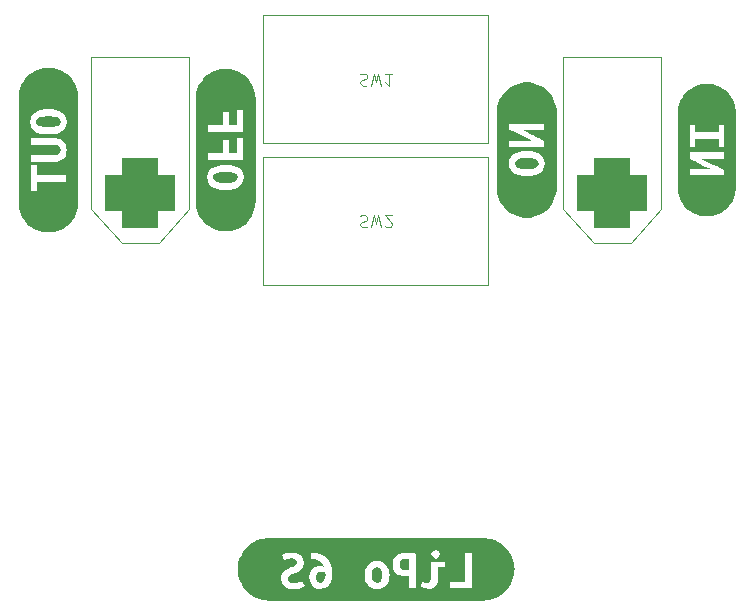
<source format=gbo>
%TF.GenerationSoftware,KiCad,Pcbnew,7.0.8*%
%TF.CreationDate,2024-01-29T21:48:56+01:00*%
%TF.ProjectId,cube-batteryboard,63756265-2d62-4617-9474-657279626f61,rev?*%
%TF.SameCoordinates,Original*%
%TF.FileFunction,Legend,Bot*%
%TF.FilePolarity,Positive*%
%FSLAX46Y46*%
G04 Gerber Fmt 4.6, Leading zero omitted, Abs format (unit mm)*
G04 Created by KiCad (PCBNEW 7.0.8) date 2024-01-29 21:48:56*
%MOMM*%
%LPD*%
G01*
G04 APERTURE LIST*
G04 Aperture macros list*
%AMRoundRect*
0 Rectangle with rounded corners*
0 $1 Rounding radius*
0 $2 $3 $4 $5 $6 $7 $8 $9 X,Y pos of 4 corners*
0 Add a 4 corners polygon primitive as box body*
4,1,4,$2,$3,$4,$5,$6,$7,$8,$9,$2,$3,0*
0 Add four circle primitives for the rounded corners*
1,1,$1+$1,$2,$3*
1,1,$1+$1,$4,$5*
1,1,$1+$1,$6,$7*
1,1,$1+$1,$8,$9*
0 Add four rect primitives between the rounded corners*
20,1,$1+$1,$2,$3,$4,$5,0*
20,1,$1+$1,$4,$5,$6,$7,0*
20,1,$1+$1,$6,$7,$8,$9,0*
20,1,$1+$1,$8,$9,$2,$3,0*%
G04 Aperture macros list end*
%ADD10C,0.100000*%
%ADD11C,0.120000*%
%ADD12C,5.600000*%
%ADD13RoundRect,1.500000X1.500000X-1.500000X1.500000X1.500000X-1.500000X1.500000X-1.500000X-1.500000X0*%
%ADD14C,6.000000*%
%ADD15C,3.000000*%
G04 APERTURE END LIST*
D10*
X66166667Y-25590200D02*
X66309524Y-25542580D01*
X66309524Y-25542580D02*
X66547619Y-25542580D01*
X66547619Y-25542580D02*
X66642857Y-25590200D01*
X66642857Y-25590200D02*
X66690476Y-25637819D01*
X66690476Y-25637819D02*
X66738095Y-25733057D01*
X66738095Y-25733057D02*
X66738095Y-25828295D01*
X66738095Y-25828295D02*
X66690476Y-25923533D01*
X66690476Y-25923533D02*
X66642857Y-25971152D01*
X66642857Y-25971152D02*
X66547619Y-26018771D01*
X66547619Y-26018771D02*
X66357143Y-26066390D01*
X66357143Y-26066390D02*
X66261905Y-26114009D01*
X66261905Y-26114009D02*
X66214286Y-26161628D01*
X66214286Y-26161628D02*
X66166667Y-26256866D01*
X66166667Y-26256866D02*
X66166667Y-26352104D01*
X66166667Y-26352104D02*
X66214286Y-26447342D01*
X66214286Y-26447342D02*
X66261905Y-26494961D01*
X66261905Y-26494961D02*
X66357143Y-26542580D01*
X66357143Y-26542580D02*
X66595238Y-26542580D01*
X66595238Y-26542580D02*
X66738095Y-26494961D01*
X67071429Y-26542580D02*
X67309524Y-25542580D01*
X67309524Y-25542580D02*
X67500000Y-26256866D01*
X67500000Y-26256866D02*
X67690476Y-25542580D01*
X67690476Y-25542580D02*
X67928572Y-26542580D01*
X68833333Y-25542580D02*
X68261905Y-25542580D01*
X68547619Y-25542580D02*
X68547619Y-26542580D01*
X68547619Y-26542580D02*
X68452381Y-26399723D01*
X68452381Y-26399723D02*
X68357143Y-26304485D01*
X68357143Y-26304485D02*
X68261905Y-26256866D01*
X66166667Y-37590200D02*
X66309524Y-37542580D01*
X66309524Y-37542580D02*
X66547619Y-37542580D01*
X66547619Y-37542580D02*
X66642857Y-37590200D01*
X66642857Y-37590200D02*
X66690476Y-37637819D01*
X66690476Y-37637819D02*
X66738095Y-37733057D01*
X66738095Y-37733057D02*
X66738095Y-37828295D01*
X66738095Y-37828295D02*
X66690476Y-37923533D01*
X66690476Y-37923533D02*
X66642857Y-37971152D01*
X66642857Y-37971152D02*
X66547619Y-38018771D01*
X66547619Y-38018771D02*
X66357143Y-38066390D01*
X66357143Y-38066390D02*
X66261905Y-38114009D01*
X66261905Y-38114009D02*
X66214286Y-38161628D01*
X66214286Y-38161628D02*
X66166667Y-38256866D01*
X66166667Y-38256866D02*
X66166667Y-38352104D01*
X66166667Y-38352104D02*
X66214286Y-38447342D01*
X66214286Y-38447342D02*
X66261905Y-38494961D01*
X66261905Y-38494961D02*
X66357143Y-38542580D01*
X66357143Y-38542580D02*
X66595238Y-38542580D01*
X66595238Y-38542580D02*
X66738095Y-38494961D01*
X67071429Y-38542580D02*
X67309524Y-37542580D01*
X67309524Y-37542580D02*
X67500000Y-38256866D01*
X67500000Y-38256866D02*
X67690476Y-37542580D01*
X67690476Y-37542580D02*
X67928572Y-38542580D01*
X68261905Y-38447342D02*
X68309524Y-38494961D01*
X68309524Y-38494961D02*
X68404762Y-38542580D01*
X68404762Y-38542580D02*
X68642857Y-38542580D01*
X68642857Y-38542580D02*
X68738095Y-38494961D01*
X68738095Y-38494961D02*
X68785714Y-38447342D01*
X68785714Y-38447342D02*
X68833333Y-38352104D01*
X68833333Y-38352104D02*
X68833333Y-38256866D01*
X68833333Y-38256866D02*
X68785714Y-38114009D01*
X68785714Y-38114009D02*
X68214286Y-37542580D01*
X68214286Y-37542580D02*
X68833333Y-37542580D01*
%TO.C,kibuzzard-656351D2*%
G36*
X54957764Y-33844873D02*
G01*
X55152431Y-33857375D01*
X55478663Y-33924050D01*
X55697738Y-34064544D01*
X55778700Y-34307431D01*
X55697738Y-34550319D01*
X55476281Y-34690812D01*
X55150050Y-34757487D01*
X54957169Y-34769989D01*
X54750000Y-34774156D01*
X54542236Y-34769989D01*
X54347569Y-34757487D01*
X54021338Y-34690812D01*
X53802263Y-34550319D01*
X53721300Y-34307431D01*
X53802263Y-34066925D01*
X54023719Y-33924050D01*
X54349950Y-33857375D01*
X54542831Y-33844873D01*
X54750000Y-33840706D01*
X54957764Y-33844873D01*
G37*
G36*
X54998030Y-25120054D02*
G01*
X55243671Y-25156491D01*
X55484558Y-25216830D01*
X55718371Y-25300490D01*
X55942858Y-25406664D01*
X56155857Y-25534331D01*
X56355316Y-25682260D01*
X56539316Y-25849028D01*
X56706084Y-26033027D01*
X56854013Y-26232487D01*
X56981680Y-26445486D01*
X57087854Y-26669973D01*
X57171514Y-26903786D01*
X57231853Y-27144673D01*
X57268290Y-27390314D01*
X57280475Y-27638344D01*
X57280475Y-28630531D01*
X57280475Y-35369469D01*
X57280475Y-36361656D01*
X57268290Y-36609686D01*
X57231853Y-36855327D01*
X57171514Y-37096214D01*
X57087854Y-37330027D01*
X56981680Y-37554514D01*
X56854013Y-37767513D01*
X56706084Y-37966973D01*
X56539316Y-38150972D01*
X56355316Y-38317740D01*
X56155857Y-38465669D01*
X55942858Y-38593336D01*
X55718371Y-38699510D01*
X55484558Y-38783170D01*
X55243671Y-38843509D01*
X54998030Y-38879946D01*
X54750000Y-38892131D01*
X54501970Y-38879946D01*
X54256329Y-38843509D01*
X54015442Y-38783170D01*
X53781629Y-38699510D01*
X53557142Y-38593336D01*
X53344143Y-38465669D01*
X53144684Y-38317740D01*
X52960684Y-38150972D01*
X52793916Y-37966973D01*
X52645987Y-37767513D01*
X52518320Y-37554514D01*
X52412146Y-37330027D01*
X52328486Y-37096214D01*
X52268147Y-36855327D01*
X52231710Y-36609686D01*
X52219525Y-36361656D01*
X52219525Y-35369469D01*
X52219525Y-34302669D01*
X53211713Y-34302669D01*
X53254840Y-34621492D01*
X53384221Y-34885810D01*
X53599856Y-35095625D01*
X53817294Y-35215432D01*
X54081464Y-35301008D01*
X54392366Y-35352354D01*
X54750000Y-35369469D01*
X55107634Y-35351907D01*
X55418536Y-35299222D01*
X55682706Y-35211413D01*
X55900144Y-35088481D01*
X56115779Y-34876815D01*
X56245160Y-34616465D01*
X56288288Y-34307431D01*
X56245160Y-33988873D01*
X56115779Y-33725348D01*
X55900144Y-33516856D01*
X55682706Y-33398091D01*
X55418536Y-33313259D01*
X55107634Y-33262360D01*
X54750000Y-33245394D01*
X54392366Y-33262658D01*
X54081464Y-33314450D01*
X53817294Y-33400770D01*
X53599856Y-33521619D01*
X53384221Y-33731169D01*
X53254840Y-33991519D01*
X53211713Y-34302669D01*
X52219525Y-34302669D01*
X52219525Y-32816769D01*
X53273625Y-32816769D01*
X56221613Y-32816769D01*
X56221613Y-31011781D01*
X55735838Y-31011781D01*
X55735838Y-32230981D01*
X55021463Y-32230981D01*
X55021463Y-31164181D01*
X54535688Y-31164181D01*
X54535688Y-32230981D01*
X53273625Y-32230981D01*
X53273625Y-32816769D01*
X52219525Y-32816769D01*
X52219525Y-30435519D01*
X53273625Y-30435519D01*
X56221613Y-30435519D01*
X56221613Y-28630531D01*
X55735838Y-28630531D01*
X55735838Y-29849731D01*
X55021463Y-29849731D01*
X55021463Y-28782931D01*
X54535688Y-28782931D01*
X54535688Y-29849731D01*
X53273625Y-29849731D01*
X53273625Y-30435519D01*
X52219525Y-30435519D01*
X52219525Y-28630531D01*
X52219525Y-27638344D01*
X52231710Y-27390314D01*
X52268147Y-27144673D01*
X52328486Y-26903786D01*
X52412146Y-26669973D01*
X52518320Y-26445486D01*
X52645987Y-26232487D01*
X52793916Y-26033027D01*
X52960684Y-25849028D01*
X53144684Y-25682260D01*
X53344143Y-25534331D01*
X53557142Y-25406664D01*
X53781629Y-25300490D01*
X54015442Y-25216830D01*
X54256329Y-25156491D01*
X54501970Y-25120054D01*
X54750000Y-25107869D01*
X54998030Y-25120054D01*
G37*
D11*
%TO.C,J2*%
X45950000Y-39850000D02*
X43350000Y-37000000D01*
X49100000Y-39850000D02*
X45950000Y-39850000D01*
X43350000Y-37000000D02*
X43350000Y-24150000D01*
X51650000Y-37000000D02*
X49100000Y-39850000D01*
X43350000Y-24150000D02*
X51650000Y-24150000D01*
X51650000Y-24150000D02*
X51650000Y-37000000D01*
%TO.C,kibuzzard-656351E7*%
G36*
X80457764Y-32682823D02*
G01*
X80652431Y-32695325D01*
X80978663Y-32762000D01*
X81197738Y-32902494D01*
X81278700Y-33145381D01*
X81197738Y-33388269D01*
X80976281Y-33528762D01*
X80650050Y-33595437D01*
X80457169Y-33607939D01*
X80250000Y-33612106D01*
X80042236Y-33607939D01*
X79847569Y-33595437D01*
X79521338Y-33528762D01*
X79302263Y-33388269D01*
X79221300Y-33145381D01*
X79302263Y-32904875D01*
X79523719Y-32762000D01*
X79849950Y-32695325D01*
X80042831Y-32682823D01*
X80250000Y-32678656D01*
X80457764Y-32682823D01*
G37*
G36*
X80498030Y-26282104D02*
G01*
X80743671Y-26318541D01*
X80984558Y-26378880D01*
X81218371Y-26462540D01*
X81442858Y-26568714D01*
X81655857Y-26696381D01*
X81855316Y-26844310D01*
X82039316Y-27011078D01*
X82206084Y-27195077D01*
X82354013Y-27394537D01*
X82481680Y-27607536D01*
X82587854Y-27832023D01*
X82671514Y-28065836D01*
X82731853Y-28306723D01*
X82768290Y-28552364D01*
X82780475Y-28800394D01*
X82780475Y-29792581D01*
X82780475Y-34207419D01*
X82780475Y-35199606D01*
X82768290Y-35447636D01*
X82731853Y-35693277D01*
X82671514Y-35934164D01*
X82587854Y-36167977D01*
X82481680Y-36392464D01*
X82354013Y-36605463D01*
X82206084Y-36804923D01*
X82039316Y-36988922D01*
X81855316Y-37155690D01*
X81655857Y-37303619D01*
X81442858Y-37431286D01*
X81218371Y-37537460D01*
X80984558Y-37621120D01*
X80743671Y-37681459D01*
X80498030Y-37717896D01*
X80250000Y-37730081D01*
X80001970Y-37717896D01*
X79756329Y-37681459D01*
X79515442Y-37621120D01*
X79281629Y-37537460D01*
X79057142Y-37431286D01*
X78844143Y-37303619D01*
X78644684Y-37155690D01*
X78460684Y-36988922D01*
X78293916Y-36804923D01*
X78145987Y-36605463D01*
X78018320Y-36392464D01*
X77912146Y-36167977D01*
X77828486Y-35934164D01*
X77768147Y-35693277D01*
X77731710Y-35447636D01*
X77719525Y-35199606D01*
X77719525Y-34207419D01*
X77719525Y-33140619D01*
X78711713Y-33140619D01*
X78754840Y-33459442D01*
X78884221Y-33723760D01*
X79099856Y-33933575D01*
X79317294Y-34053382D01*
X79581464Y-34138958D01*
X79892366Y-34190303D01*
X80250000Y-34207419D01*
X80607634Y-34189857D01*
X80918536Y-34137172D01*
X81182706Y-34049363D01*
X81400144Y-33926431D01*
X81615779Y-33714765D01*
X81745160Y-33454415D01*
X81788288Y-33145381D01*
X81745160Y-32826823D01*
X81615779Y-32563298D01*
X81400144Y-32354806D01*
X81182706Y-32236041D01*
X80918536Y-32151209D01*
X80607634Y-32100310D01*
X80250000Y-32083344D01*
X79892366Y-32100608D01*
X79581464Y-32152400D01*
X79317294Y-32238720D01*
X79099856Y-32359569D01*
X78884221Y-32569119D01*
X78754840Y-32829469D01*
X78711713Y-33140619D01*
X77719525Y-33140619D01*
X77719525Y-30264069D01*
X78773625Y-30264069D01*
X79100385Y-30401387D01*
X79426617Y-30546644D01*
X79752319Y-30699837D01*
X80078021Y-30860969D01*
X80404252Y-31030037D01*
X80731013Y-31207044D01*
X78773625Y-31207044D01*
X78773625Y-31735681D01*
X81721613Y-31735681D01*
X81721613Y-31264194D01*
X81503133Y-31130844D01*
X81266794Y-30997494D01*
X81022120Y-30865930D01*
X80778638Y-30737937D01*
X80539322Y-30616494D01*
X80307150Y-30504575D01*
X80092838Y-30405158D01*
X79907100Y-30321219D01*
X81721613Y-30321219D01*
X81721613Y-29792581D01*
X78773625Y-29792581D01*
X78773625Y-30264069D01*
X77719525Y-30264069D01*
X77719525Y-29792581D01*
X77719525Y-28800394D01*
X77731710Y-28552364D01*
X77768147Y-28306723D01*
X77828486Y-28065836D01*
X77912146Y-27832023D01*
X78018320Y-27607536D01*
X78145987Y-27394537D01*
X78293916Y-27195077D01*
X78460684Y-27011078D01*
X78644684Y-26844310D01*
X78844143Y-26696381D01*
X79057142Y-26568714D01*
X79281629Y-26462540D01*
X79515442Y-26378880D01*
X79756329Y-26318541D01*
X80001970Y-26282104D01*
X80250000Y-26269919D01*
X80498030Y-26282104D01*
G37*
%TO.C,kibuzzard-65635119*%
G36*
X70157475Y-66628462D02*
G01*
X70302731Y-66640369D01*
X70302731Y-67592869D01*
X70064606Y-67592869D01*
X69818147Y-67564889D01*
X69640744Y-67480950D01*
X69533587Y-67329145D01*
X69497869Y-67097569D01*
X69532992Y-66877898D01*
X69638363Y-66733237D01*
X69802073Y-66652870D01*
X70012219Y-66626081D01*
X70157475Y-66628462D01*
G37*
G36*
X63039919Y-67716694D02*
G01*
X63197081Y-67769081D01*
X63204225Y-67854806D01*
X63206606Y-67945294D01*
X63187556Y-68209613D01*
X63120881Y-68435831D01*
X62989913Y-68595375D01*
X62782744Y-68654906D01*
X62611294Y-68607281D01*
X62494612Y-68488219D01*
X62427937Y-68331056D01*
X62406506Y-68164369D01*
X62506519Y-67819088D01*
X62643441Y-67728005D01*
X62854181Y-67697644D01*
X63039919Y-67716694D01*
G37*
G36*
X67769677Y-67357720D02*
G01*
X67914338Y-67495237D01*
X68001848Y-67707764D01*
X68031019Y-67978631D01*
X68004230Y-68250094D01*
X67923863Y-68464406D01*
X67783964Y-68603709D01*
X67578581Y-68650144D01*
X67377961Y-68603709D01*
X67233300Y-68464406D01*
X67145789Y-68250094D01*
X67116619Y-67978631D01*
X67143408Y-67707764D01*
X67223775Y-67495237D01*
X67363673Y-67357720D01*
X67569056Y-67311881D01*
X67769677Y-67357720D01*
G37*
G36*
X76822177Y-64860851D02*
G01*
X77079607Y-64899037D01*
X77332055Y-64962272D01*
X77577089Y-65049947D01*
X77812350Y-65161216D01*
X78035571Y-65295010D01*
X78244603Y-65450039D01*
X78437433Y-65624810D01*
X78612205Y-65817641D01*
X78767234Y-66026673D01*
X78901027Y-66249894D01*
X79012297Y-66485155D01*
X79099972Y-66730189D01*
X79163207Y-66982636D01*
X79201393Y-67240067D01*
X79214162Y-67500000D01*
X79201393Y-67759933D01*
X79163207Y-68017364D01*
X79099972Y-68269811D01*
X79012297Y-68514845D01*
X78901027Y-68750106D01*
X78767234Y-68973327D01*
X78612205Y-69182359D01*
X78437433Y-69375190D01*
X78244603Y-69549961D01*
X78035571Y-69704990D01*
X77812350Y-69838784D01*
X77577089Y-69950053D01*
X77332055Y-70037728D01*
X77079607Y-70100963D01*
X76822177Y-70139149D01*
X76562244Y-70151919D01*
X75570056Y-70151919D01*
X73717444Y-70151919D01*
X71936269Y-70151919D01*
X70302731Y-70151919D01*
X67569056Y-70151919D01*
X62768456Y-70151919D01*
X60515794Y-70151919D01*
X59429944Y-70151919D01*
X58437756Y-70151919D01*
X58177823Y-70139149D01*
X57920393Y-70100963D01*
X57667945Y-70037728D01*
X57422911Y-69950053D01*
X57187650Y-69838784D01*
X56964429Y-69704990D01*
X56755397Y-69549961D01*
X56562567Y-69375190D01*
X56387795Y-69182359D01*
X56232766Y-68973327D01*
X56098973Y-68750106D01*
X55987703Y-68514845D01*
X55908309Y-68292956D01*
X59429944Y-68292956D01*
X59497214Y-68660264D01*
X59699025Y-68933513D01*
X59909369Y-69059190D01*
X60181625Y-69134596D01*
X60515794Y-69159731D01*
X60845597Y-69140086D01*
X61101581Y-69081150D01*
X61430194Y-68935894D01*
X61258744Y-68459644D01*
X60951563Y-68602519D01*
X60753323Y-68652525D01*
X60515794Y-68669194D01*
X60270525Y-68638238D01*
X60115744Y-68552512D01*
X60037162Y-68428687D01*
X60015731Y-68288194D01*
X60058874Y-68154844D01*
X61835006Y-68154844D01*
X61889775Y-68502506D01*
X62058844Y-68826356D01*
X62349356Y-69066863D01*
X62542238Y-69136514D01*
X62768456Y-69159731D01*
X63072462Y-69125600D01*
X63324081Y-69023206D01*
X63523313Y-68852550D01*
X63667510Y-68609398D01*
X63754029Y-68289517D01*
X63776982Y-67973869D01*
X66516544Y-67973869D01*
X66535594Y-68228067D01*
X66592744Y-68457262D01*
X66684422Y-68659073D01*
X66807056Y-68831119D01*
X66958861Y-68970422D01*
X67138050Y-69074006D01*
X67342242Y-69138300D01*
X67569056Y-69159731D01*
X67795870Y-69138300D01*
X68000063Y-69074006D01*
X68179847Y-68970422D01*
X68333438Y-68831119D01*
X68457858Y-68659073D01*
X68550131Y-68457262D01*
X68607281Y-68228067D01*
X68626331Y-67973869D01*
X68606686Y-67723242D01*
X68547750Y-67495237D01*
X68453691Y-67294022D01*
X68328675Y-67123762D01*
X68304542Y-67102331D01*
X68897794Y-67102331D01*
X68932454Y-67422212D01*
X69036435Y-67677006D01*
X69209738Y-67866712D01*
X69446540Y-67997681D01*
X69741021Y-68076262D01*
X70093181Y-68102456D01*
X70302731Y-68102456D01*
X70302731Y-69097819D01*
X70888519Y-69097819D01*
X70888519Y-69002569D01*
X71302856Y-69002569D01*
X71643375Y-69119250D01*
X71936269Y-69150206D01*
X72146414Y-69133537D01*
X72270152Y-69097819D01*
X73717444Y-69097819D01*
X75570056Y-69097819D01*
X75570056Y-66149831D01*
X74979506Y-66149831D01*
X74979506Y-68612044D01*
X73717444Y-68612044D01*
X73717444Y-69097819D01*
X72270152Y-69097819D01*
X72319650Y-69083531D01*
X72567300Y-68890650D01*
X72698269Y-68583469D01*
X72726844Y-68389397D01*
X72736369Y-68169131D01*
X72736369Y-67345219D01*
X73355494Y-67345219D01*
X73355494Y-66859444D01*
X72545869Y-66859444D01*
X72150581Y-66859444D01*
X72150581Y-68245331D01*
X72076763Y-68542988D01*
X71831494Y-68640619D01*
X71636231Y-68619188D01*
X71379056Y-68531081D01*
X71302856Y-69002569D01*
X70888519Y-69002569D01*
X70888519Y-66216506D01*
X72174394Y-66216506D01*
X72283931Y-66487969D01*
X72545869Y-66587981D01*
X72805425Y-66487969D01*
X72912581Y-66216506D01*
X72805425Y-65940281D01*
X72545869Y-65840269D01*
X72283931Y-65940281D01*
X72174394Y-66216506D01*
X70888519Y-66216506D01*
X70888519Y-66187931D01*
X70695637Y-66154594D01*
X70478944Y-66133162D01*
X70264631Y-66121256D01*
X70078894Y-66116494D01*
X69732290Y-66142158D01*
X69441777Y-66219152D01*
X69207356Y-66347475D01*
X69035377Y-66534006D01*
X68932190Y-66785625D01*
X68897794Y-67102331D01*
X68304542Y-67102331D01*
X68174489Y-66986841D01*
X67992919Y-66885637D01*
X67789322Y-66823130D01*
X67569056Y-66802294D01*
X67345814Y-66823130D01*
X67142813Y-66885637D01*
X66963028Y-66986841D01*
X66809437Y-67123762D01*
X66685017Y-67294022D01*
X66592744Y-67495237D01*
X66535594Y-67723242D01*
X66516544Y-67973869D01*
X63776982Y-67973869D01*
X63782869Y-67892906D01*
X63751317Y-67489284D01*
X63656662Y-67135669D01*
X63503667Y-66833250D01*
X63297094Y-66583219D01*
X63039919Y-66386766D01*
X62735119Y-66245081D01*
X62388647Y-66159356D01*
X62006456Y-66130781D01*
X61973119Y-66630844D01*
X62344594Y-66668944D01*
X62677969Y-66780862D01*
X62942287Y-66983269D01*
X63106594Y-67292831D01*
X62930381Y-67233300D01*
X62777981Y-67211869D01*
X62540452Y-67230919D01*
X62342212Y-67288069D01*
X62049319Y-67492856D01*
X61885012Y-67792894D01*
X61835006Y-68154844D01*
X60058874Y-68154844D01*
X60068119Y-68126269D01*
X60201469Y-68000062D01*
X60382444Y-67900050D01*
X60582469Y-67816706D01*
X60858694Y-67707169D01*
X61118250Y-67550006D01*
X61311131Y-67314263D01*
X61387331Y-66964219D01*
X61320061Y-66595125D01*
X61118250Y-66316519D01*
X60916373Y-66186873D01*
X60669517Y-66109085D01*
X60377681Y-66083156D01*
X60123483Y-66098634D01*
X59903812Y-66145069D01*
X59563294Y-66283181D01*
X59734744Y-66735619D01*
X59999063Y-66621319D01*
X60334819Y-66573694D01*
X60594110Y-66611265D01*
X60749685Y-66723977D01*
X60801544Y-66911831D01*
X60753919Y-67061850D01*
X60632475Y-67176150D01*
X60465788Y-67264256D01*
X60282431Y-67335694D01*
X59994300Y-67452375D01*
X59718075Y-67623825D01*
X59510906Y-67890525D01*
X59450184Y-68070905D01*
X59429944Y-68292956D01*
X55908309Y-68292956D01*
X55900028Y-68269811D01*
X55836793Y-68017364D01*
X55798607Y-67759933D01*
X55785837Y-67500000D01*
X55798607Y-67240067D01*
X55836793Y-66982636D01*
X55900028Y-66730189D01*
X55987703Y-66485155D01*
X56098973Y-66249894D01*
X56232766Y-66026673D01*
X56387795Y-65817641D01*
X56562567Y-65624810D01*
X56755397Y-65450039D01*
X56964429Y-65295010D01*
X57187650Y-65161216D01*
X57422911Y-65049947D01*
X57667945Y-64962272D01*
X57920393Y-64899037D01*
X58177823Y-64860851D01*
X58437756Y-64848081D01*
X59429944Y-64848081D01*
X75570056Y-64848081D01*
X76562244Y-64848081D01*
X76822177Y-64860851D01*
G37*
%TO.C,kibuzzard-65634FCA*%
G36*
X97966181Y-33671638D02*
G01*
X97966181Y-34143125D01*
X97966181Y-35135313D01*
X97954306Y-35377041D01*
X97918794Y-35616441D01*
X97859988Y-35851207D01*
X97778454Y-36079079D01*
X97674978Y-36297862D01*
X97550555Y-36505449D01*
X97406384Y-36699841D01*
X97243853Y-36879166D01*
X97064529Y-37041696D01*
X96870137Y-37185867D01*
X96662550Y-37310290D01*
X96443767Y-37413767D01*
X96215895Y-37495301D01*
X95981128Y-37554107D01*
X95741728Y-37589618D01*
X95500000Y-37601494D01*
X95258272Y-37589618D01*
X95018872Y-37554107D01*
X94784105Y-37495301D01*
X94556233Y-37413767D01*
X94337450Y-37310290D01*
X94129863Y-37185867D01*
X93935471Y-37041696D01*
X93756147Y-36879166D01*
X93593616Y-36699841D01*
X93449445Y-36505449D01*
X93325022Y-36297862D01*
X93221546Y-36079079D01*
X93140012Y-35851207D01*
X93081206Y-35616441D01*
X93045694Y-35377041D01*
X93033819Y-35135313D01*
X93033819Y-34143125D01*
X94026006Y-34143125D01*
X96973994Y-34143125D01*
X96973994Y-33671638D01*
X96647233Y-33534319D01*
X96321002Y-33389063D01*
X95995300Y-33235869D01*
X95669598Y-33074738D01*
X95343367Y-32905669D01*
X95016606Y-32728663D01*
X96973994Y-32728663D01*
X96973994Y-32200025D01*
X94026006Y-32200025D01*
X94026006Y-32671513D01*
X94244486Y-32804863D01*
X94480825Y-32938213D01*
X94725498Y-33069777D01*
X94968981Y-33197769D01*
X95208297Y-33319213D01*
X95440469Y-33431131D01*
X95654781Y-33530548D01*
X95840519Y-33614488D01*
X94026006Y-33614488D01*
X94026006Y-34143125D01*
X93033819Y-34143125D01*
X93033819Y-31728538D01*
X94026006Y-31728538D01*
X94511781Y-31728538D01*
X94511781Y-31090363D01*
X96488219Y-31090363D01*
X96488219Y-31728538D01*
X96973994Y-31728538D01*
X96973994Y-29856875D01*
X96488219Y-29856875D01*
X96488219Y-30499813D01*
X94511781Y-30499813D01*
X94511781Y-29856875D01*
X94026006Y-29856875D01*
X94026006Y-31728538D01*
X93033819Y-31728538D01*
X93033819Y-29856875D01*
X93033819Y-28864688D01*
X93045694Y-28622960D01*
X93081206Y-28383559D01*
X93140012Y-28148793D01*
X93221546Y-27920921D01*
X93325022Y-27702138D01*
X93449445Y-27494551D01*
X93593616Y-27300159D01*
X93756147Y-27120834D01*
X93935471Y-26958304D01*
X94129863Y-26814133D01*
X94337450Y-26689710D01*
X94556233Y-26586233D01*
X94784105Y-26504699D01*
X95018872Y-26445893D01*
X95258272Y-26410382D01*
X95500000Y-26398506D01*
X95741728Y-26410382D01*
X95981128Y-26445893D01*
X96215895Y-26504699D01*
X96443767Y-26586233D01*
X96662550Y-26689710D01*
X96870137Y-26814133D01*
X97064529Y-26958304D01*
X97243853Y-27120834D01*
X97406384Y-27300159D01*
X97550555Y-27494551D01*
X97674978Y-27702138D01*
X97778454Y-27920921D01*
X97859988Y-28148793D01*
X97918794Y-28383559D01*
X97954306Y-28622960D01*
X97966181Y-28864688D01*
X97966181Y-29856875D01*
X97966181Y-33671638D01*
G37*
D10*
%TO.C,SW1*%
X57900000Y-20600000D02*
X77000000Y-20600000D01*
X77000000Y-20600000D02*
X77000000Y-31400000D01*
X77000000Y-31400000D02*
X57900000Y-31400000D01*
X57900000Y-31400000D02*
X57900000Y-20600000D01*
D11*
%TO.C,J1*%
X85950000Y-39850000D02*
X83350000Y-37000000D01*
X89100000Y-39850000D02*
X85950000Y-39850000D01*
X83350000Y-37000000D02*
X83350000Y-24150000D01*
X91650000Y-37000000D02*
X89100000Y-39850000D01*
X83350000Y-24150000D02*
X91650000Y-24150000D01*
X91650000Y-24150000D02*
X91650000Y-37000000D01*
D10*
%TO.C,SW2*%
X57900000Y-32600000D02*
X77000000Y-32600000D01*
X77000000Y-32600000D02*
X77000000Y-43400000D01*
X77000000Y-43400000D02*
X57900000Y-43400000D01*
X57900000Y-43400000D02*
X57900000Y-32600000D01*
%TO.C,kibuzzard-656351C1*%
G36*
X39957764Y-29151430D02*
G01*
X40152431Y-29163931D01*
X40478662Y-29230606D01*
X40697737Y-29371100D01*
X40778700Y-29613988D01*
X40697737Y-29854494D01*
X40476281Y-29997369D01*
X40150050Y-30064044D01*
X39957169Y-30076545D01*
X39750000Y-30080713D01*
X39542236Y-30076545D01*
X39347569Y-30064044D01*
X39021337Y-29997369D01*
X38802262Y-29856875D01*
X38721300Y-29613988D01*
X38802262Y-29371100D01*
X39023719Y-29230606D01*
X39349950Y-29163931D01*
X39542831Y-29151430D01*
X39750000Y-29147263D01*
X39957764Y-29151430D01*
G37*
G36*
X42280475Y-31985713D02*
G01*
X42280475Y-34671763D01*
X42280475Y-35448050D01*
X42280475Y-36440237D01*
X42268290Y-36688267D01*
X42231853Y-36933909D01*
X42171514Y-37174796D01*
X42087854Y-37408608D01*
X41981680Y-37633095D01*
X41854013Y-37846094D01*
X41706084Y-38045554D01*
X41539316Y-38229554D01*
X41355316Y-38396321D01*
X41155857Y-38544251D01*
X40942858Y-38671917D01*
X40718371Y-38778092D01*
X40484558Y-38861751D01*
X40243671Y-38922090D01*
X39998030Y-38958528D01*
X39750000Y-38970713D01*
X39501970Y-38958528D01*
X39256329Y-38922090D01*
X39015442Y-38861751D01*
X38781629Y-38778092D01*
X38557142Y-38671917D01*
X38344143Y-38544251D01*
X38144684Y-38396321D01*
X37960684Y-38229554D01*
X37793916Y-38045554D01*
X37645987Y-37846094D01*
X37518320Y-37633095D01*
X37412146Y-37408608D01*
X37328486Y-37174796D01*
X37268147Y-36933909D01*
X37231710Y-36688267D01*
X37219525Y-36440237D01*
X37219525Y-35448050D01*
X38278387Y-35448050D01*
X38764162Y-35448050D01*
X38764162Y-34671763D01*
X41226375Y-34671763D01*
X41226375Y-34081213D01*
X38764162Y-34081213D01*
X38764162Y-33304925D01*
X38278387Y-33304925D01*
X38278387Y-35448050D01*
X37219525Y-35448050D01*
X37219525Y-33000125D01*
X38278387Y-33000125D01*
X40159575Y-33000125D01*
X40404844Y-32988219D01*
X40626300Y-32952500D01*
X40820372Y-32887016D01*
X40983487Y-32785813D01*
X41113861Y-32647700D01*
X41209706Y-32471488D01*
X41268642Y-32252413D01*
X41288287Y-31985713D01*
X41268642Y-31723180D01*
X41209706Y-31507081D01*
X40983487Y-31199900D01*
X40820372Y-31102269D01*
X40626300Y-31037975D01*
X40404844Y-31002256D01*
X40159575Y-30990350D01*
X38278387Y-30990350D01*
X38278387Y-31580900D01*
X40121475Y-31580900D01*
X40433419Y-31599950D01*
X40635825Y-31664244D01*
X40745362Y-31790450D01*
X40778700Y-31995238D01*
X40745362Y-32200025D01*
X40633444Y-32328613D01*
X40428656Y-32395288D01*
X40116712Y-32414338D01*
X38278387Y-32414338D01*
X38278387Y-33000125D01*
X37219525Y-33000125D01*
X37219525Y-29613988D01*
X38211712Y-29613988D01*
X38254840Y-29932546D01*
X38384221Y-30196071D01*
X38599856Y-30404563D01*
X38817294Y-30523327D01*
X39081464Y-30608159D01*
X39392366Y-30659059D01*
X39750000Y-30676025D01*
X40107634Y-30658761D01*
X40418536Y-30606969D01*
X40682706Y-30520648D01*
X40900144Y-30399800D01*
X41115779Y-30190250D01*
X41245160Y-29929900D01*
X41288287Y-29618750D01*
X41245160Y-29299927D01*
X41115779Y-29035608D01*
X40900144Y-28825794D01*
X40682706Y-28705987D01*
X40418536Y-28620411D01*
X40107634Y-28569065D01*
X39750000Y-28551950D01*
X39392366Y-28569512D01*
X39081464Y-28622197D01*
X38817294Y-28710005D01*
X38599856Y-28832938D01*
X38384221Y-29044604D01*
X38254840Y-29304954D01*
X38211712Y-29613988D01*
X37219525Y-29613988D01*
X37219525Y-28551950D01*
X37219525Y-27559763D01*
X37231710Y-27311733D01*
X37268147Y-27066091D01*
X37328486Y-26825204D01*
X37412146Y-26591392D01*
X37518320Y-26366905D01*
X37645987Y-26153906D01*
X37793916Y-25954446D01*
X37960684Y-25770446D01*
X38144684Y-25603679D01*
X38344143Y-25455749D01*
X38557142Y-25328083D01*
X38781629Y-25221908D01*
X39015442Y-25138249D01*
X39256329Y-25077910D01*
X39501970Y-25041472D01*
X39750000Y-25029288D01*
X39998030Y-25041472D01*
X40243671Y-25077910D01*
X40484558Y-25138249D01*
X40718371Y-25221908D01*
X40942858Y-25328083D01*
X41155857Y-25455749D01*
X41355316Y-25603679D01*
X41539316Y-25770446D01*
X41706084Y-25954446D01*
X41854013Y-26153906D01*
X41981680Y-26366905D01*
X42087854Y-26591392D01*
X42171514Y-26825204D01*
X42231853Y-27066091D01*
X42268290Y-27311733D01*
X42280475Y-27559763D01*
X42280475Y-28551950D01*
X42280475Y-29618750D01*
X42280475Y-31985713D01*
G37*
%TD*%
%LPC*%
D12*
%TO.C,H2*%
X110000000Y-25000000D03*
%TD*%
%TO.C,H1*%
X25000000Y-25000000D03*
%TD*%
%TO.C,H3*%
X25000000Y-110000000D03*
%TD*%
%TO.C,H4*%
X110000000Y-110000000D03*
%TD*%
D13*
%TO.C,J2*%
X47500000Y-35600000D03*
D14*
X47500000Y-28400000D03*
%TD*%
D15*
%TO.C,SW1*%
X62900000Y-28850000D03*
X67500000Y-28850000D03*
X62900000Y-23150000D03*
X67500000Y-23150000D03*
%TD*%
D13*
%TO.C,J1*%
X87500000Y-35600000D03*
D14*
X87500000Y-28400000D03*
%TD*%
D15*
%TO.C,SW2*%
X62900000Y-40850000D03*
X67500000Y-40850000D03*
X62900000Y-35150000D03*
X67500000Y-35150000D03*
%TD*%
%LPD*%
M02*

</source>
